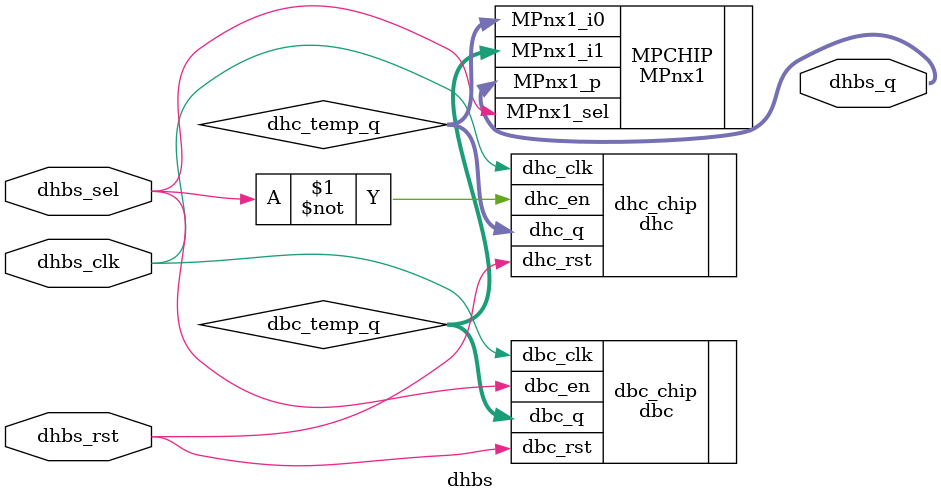
<source format=v>
`timescale 1ns / 1ps


module dhbs(
    input dhbs_clk,                              // Clock for dhbs
    input dhbs_rst,                              // Reset for dhbs
    input dhbs_sel,                               // En for dhbs
    output [3:0] dhbs_q                          // Output for ssd
    );
    
    wire [3:0] dbc_temp_q;
    wire [3:0] dhc_temp_q;
    
    dbc dbc_chip(
        .dbc_clk(dhbs_clk),                              // Clock for dbc
        .dbc_rst(dhbs_rst),                              // Reset for dbc
        .dbc_en(dhbs_sel),                               // En for dbc
        .dbc_q(dbc_temp_q)                          // Output for ssd
    );    
    
        dhc dhc_chip(
        .dhc_clk(dhbs_clk),                              // Clock for dbc
        .dhc_rst(dhbs_rst),                              // Reset for dbc
        .dhc_en(~dhbs_sel),                               // En for dbc
        .dhc_q(dhc_temp_q)                          // Output for ssd
    );  
    
     MPnx1 #(.SIZE(4)) MPCHIP   
    (
        .MPnx1_i0(dhc_temp_q),
        .MPnx1_i1(dbc_temp_q),
        .MPnx1_sel(dhbs_sel),
        .MPnx1_p(dhbs_q)
    );
    
endmodule

</source>
